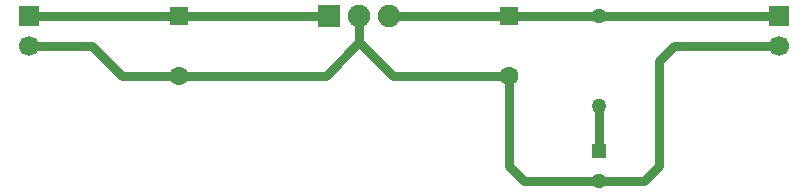
<source format=gbr>
G04 DipTrace 3.3.1.0*
G04 Bottom.gbr*
%MOIN*%
G04 #@! TF.FileFunction,Copper,L2,Bot*
G04 #@! TF.Part,Single*
G04 #@! TA.AperFunction,Conductor*
%ADD13C,0.031496*%
%ADD14C,0.012992*%
G04 #@! TA.AperFunction,ComponentPad*
%ADD15C,0.062992*%
%ADD16R,0.062992X0.062992*%
%ADD17C,0.05*%
%ADD18R,0.05X0.05*%
%ADD19C,0.05*%
%ADD20R,0.066929X0.066929*%
%ADD21C,0.066929*%
%ADD22R,0.074803X0.074803*%
%ADD23C,0.074803*%
%FSLAX26Y26*%
G04*
G70*
G90*
G75*
G01*
G04 Bottom*
%LPD*%
X643701Y1593701D2*
D13*
X1143701D1*
D14*
X1366081D1*
X1643701D1*
X1343701D2*
X1366081D1*
X643701D2*
D13*
D3*
X1143701D2*
X1643701D1*
X1843701D2*
D14*
X2243701D1*
X2543701D1*
X3143701D1*
X1843701D2*
D13*
X3143701D1*
X643701Y1493701D2*
D14*
X843701D1*
X943701Y1393701D1*
X952522D1*
X954127D1*
X1143701D1*
X1643701D1*
X1743701Y1493701D1*
Y1502831D1*
Y1505190D1*
Y1593701D1*
X2243701Y1393701D2*
X1855190D1*
X1746060Y1502831D1*
X1743701Y1505190D1*
X643701Y1493701D2*
D13*
D3*
X1143701Y1393701D2*
X1632211D1*
X1743701Y1505190D1*
Y1593701D2*
Y1505190D1*
Y1502831D2*
X1746060D1*
X2243701Y1393701D2*
X1855190D1*
X1743701Y1505190D1*
X643701Y1493701D2*
X852522D1*
X952522Y1393701D1*
X2243701D2*
Y1093701D1*
X2293701Y1043701D1*
X2543701D1*
X3143701Y1493701D2*
X2793701D1*
X2743701Y1443701D1*
Y1093701D1*
X2693701Y1043701D1*
X2543701D1*
X1143701Y1393701D2*
X954127D1*
X2543701Y1143701D2*
Y1293701D1*
D15*
X1143701Y1393701D3*
D16*
Y1593701D3*
D15*
X2243701Y1393701D3*
D16*
Y1593701D3*
D17*
X2543701Y1043701D3*
D18*
Y1143701D3*
D17*
Y1593701D3*
D19*
Y1293701D3*
D20*
X643701Y1593701D3*
D21*
Y1493701D3*
D20*
X3143701Y1593701D3*
D21*
Y1493701D3*
D22*
X1643701Y1593701D3*
D23*
X1743701D3*
X1843701D3*
M02*

</source>
